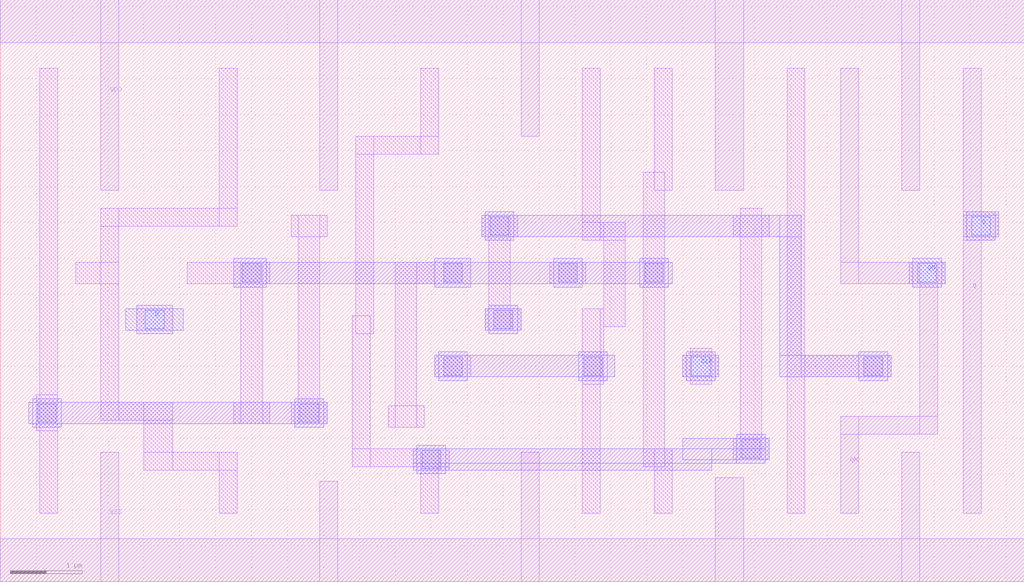
<source format=lef>
# Copyright 2022 Google LLC
# Licensed under the Apache License, Version 2.0 (the "License");
# you may not use this file except in compliance with the License.
# You may obtain a copy of the License at
#
#      http://www.apache.org/licenses/LICENSE-2.0
#
# Unless required by applicable law or agreed to in writing, software
# distributed under the License is distributed on an "AS IS" BASIS,
# WITHOUT WARRANTIES OR CONDITIONS OF ANY KIND, either express or implied.
# See the License for the specific language governing permissions and
# limitations under the License.
VERSION 5.7 ;
BUSBITCHARS "[]" ;
DIVIDERCHAR "/" ;

MACRO gf180mcu_osu_sc_gp12t3v3__dffn_1
  CLASS CORE ;
  ORIGIN 0 0 ;
  FOREIGN gf180mcu_osu_sc_gp12t3v3__dffn_1 0 0 ;
  SIZE 14.25 BY 8.1 ;
  SYMMETRY X Y ;
  SITE gf180mcu_osu_sc_gp12t3v3 ;
  PIN VDD
    DIRECTION INOUT ;
    USE POWER ;
    SHAPE ABUTMENT ;
    PORT
      LAYER MET1 ;
        RECT 0 7.5 14.25 8.1 ;
        RECT 12.55 5.45 12.8 8.1 ;
        RECT 9.95 5.45 10.35 8.1 ;
        RECT 7.25 6.2 7.5 8.1 ;
        RECT 4.45 5.45 4.7 8.1 ;
        RECT 1.4 5.45 1.65 8.1 ;
    END
  END VDD
  PIN VSS
    DIRECTION INOUT ;
    USE GROUND ;
    PORT
      LAYER MET1 ;
        RECT 0 0 14.25 0.6 ;
        RECT 12.55 0 12.8 1.8 ;
        RECT 9.95 0 10.35 1.45 ;
        RECT 7.25 0 7.5 1.8 ;
        RECT 4.45 0 4.7 1.4 ;
        RECT 1.4 0 1.65 1.8 ;
    END
  END VSS
  PIN CLK
    DIRECTION INPUT ;
    USE CLOCK ;
    PORT
      LAYER MET1 ;
        RECT 9.5 2.85 10 3.15 ;
        RECT 9.6 2.75 9.9 3.25 ;
      LAYER MET2 ;
        RECT 9.5 2.85 10 3.15 ;
        RECT 9.55 2.8 9.95 3.2 ;
      LAYER VIA12 ;
        RECT 9.62 2.87 9.88 3.13 ;
    END
  END CLK
  PIN D
    DIRECTION INPUT ;
    USE SIGNAL ;
    PORT
      LAYER MET1 ;
        RECT 1.9 3.5 2.4 3.8 ;
      LAYER MET2 ;
        RECT 1.75 3.5 2.55 3.8 ;
        RECT 1.9 3.45 2.4 3.85 ;
      LAYER VIA12 ;
        RECT 2.02 3.52 2.28 3.78 ;
    END
  END D
  PIN Q
    DIRECTION OUTPUT ;
    USE SIGNAL ;
    PORT
      LAYER MET1 ;
        RECT 13.4 4.8 13.9 5.15 ;
        RECT 13.4 4.75 13.85 5.15 ;
        RECT 13.4 0.95 13.65 7.15 ;
      LAYER MET2 ;
        RECT 13.4 4.8 13.9 5.1 ;
        RECT 13.45 4.75 13.85 5.15 ;
      LAYER VIA12 ;
        RECT 13.52 4.82 13.78 5.08 ;
    END
  END Q
  PIN QN
    DIRECTION OUTPUT ;
    USE SIGNAL ;
    PORT
      LAYER MET1 ;
        RECT 11.7 4.15 13.15 4.45 ;
        RECT 12.8 2.05 13.05 4.45 ;
        RECT 11.7 2.05 13.05 2.3 ;
        RECT 11.7 4.15 11.95 7.15 ;
        RECT 11.7 0.95 11.95 2.3 ;
      LAYER MET2 ;
        RECT 12.65 4.15 13.15 4.45 ;
        RECT 12.7 4.1 13.1 4.5 ;
      LAYER VIA12 ;
        RECT 12.77 4.17 13.03 4.43 ;
    END
  END QN
  OBS
    LAYER MET2 ;
      RECT 6.75 4.75 7.15 5.15 ;
      RECT 6.7 4.8 11.15 5.1 ;
      RECT 10.85 2.85 11.15 5.1 ;
      RECT 11.95 2.8 12.35 3.2 ;
      RECT 10.85 2.85 12.4 3.15 ;
      RECT 10.25 1.65 10.65 2.05 ;
      RECT 9.5 1.7 10.7 2 ;
      RECT 5.8 1.5 6.2 1.9 ;
      RECT 5.75 1.55 9.9 1.85 ;
      RECT 5.75 1.65 10.65 1.85 ;
      RECT 8.9 4.1 9.3 4.5 ;
      RECT 7.7 4.1 8.1 4.5 ;
      RECT 6.05 4.1 6.55 4.5 ;
      RECT 3.25 4.1 3.7 4.5 ;
      RECT 3.25 4.15 9.35 4.45 ;
      RECT 8.05 2.8 8.45 3.2 ;
      RECT 6.1 2.8 6.5 3.2 ;
      RECT 6.05 2.85 8.55 3.15 ;
      RECT 6.8 3.45 7.2 3.85 ;
      RECT 6.75 3.5 7.25 3.8 ;
      RECT 4.1 2.15 4.5 2.55 ;
      RECT 0.45 2.15 0.85 2.55 ;
      RECT 0.4 2.2 4.55 2.5 ;
    LAYER VIA12 ;
      RECT 12.02 2.87 12.28 3.13 ;
      RECT 10.32 1.72 10.58 1.98 ;
      RECT 8.97 4.17 9.23 4.43 ;
      RECT 8.12 2.87 8.38 3.13 ;
      RECT 7.77 4.17 8.03 4.43 ;
      RECT 6.87 3.52 7.13 3.78 ;
      RECT 6.82 4.82 7.08 5.08 ;
      RECT 6.17 2.87 6.43 3.13 ;
      RECT 6.17 4.17 6.43 4.43 ;
      RECT 5.87 1.57 6.13 1.83 ;
      RECT 4.17 2.22 4.43 2.48 ;
      RECT 3.37 4.17 3.63 4.43 ;
      RECT 0.52 2.22 0.78 2.48 ;
    LAYER MET1 ;
      RECT 10.95 0.95 11.2 7.15 ;
      RECT 10.95 2.85 12.4 3.15 ;
      RECT 10.3 1.7 10.6 5.2 ;
      RECT 10.2 4.8 10.7 5.1 ;
      RECT 10.2 1.7 10.7 2 ;
      RECT 9.1 5.45 9.35 7.15 ;
      RECT 8.95 1.6 9.25 5.7 ;
      RECT 9.1 0.95 9.35 1.85 ;
      RECT 8.1 4.75 8.35 7.15 ;
      RECT 8.1 4.75 8.7 5 ;
      RECT 8.4 3.55 8.7 5 ;
      RECT 8.1 2.75 8.4 3.8 ;
      RECT 8.1 0.95 8.35 3.8 ;
      RECT 6.7 4.8 7.2 5.1 ;
      RECT 6.8 3.5 7.1 5.1 ;
      RECT 6.75 3.5 7.25 3.8 ;
      RECT 5.5 4.15 6.55 4.45 ;
      RECT 5.5 2.15 5.8 4.45 ;
      RECT 5.4 2.15 5.9 2.45 ;
      RECT 5.85 5.95 6.1 7.15 ;
      RECT 4.95 5.95 6.1 6.2 ;
      RECT 4.95 3.45 5.2 6.2 ;
      RECT 4.9 1.6 5.15 3.7 ;
      RECT 4.9 1.6 6.25 1.85 ;
      RECT 5.85 1.55 6.25 1.85 ;
      RECT 5.85 0.95 6.1 1.85 ;
      RECT 4.05 4.8 4.55 5.1 ;
      RECT 4.15 2.2 4.45 5.1 ;
      RECT 4.05 2.2 4.55 2.5 ;
      RECT 2.6 4.15 3.75 4.45 ;
      RECT 3.35 2.2 3.65 4.45 ;
      RECT 3.25 2.2 3.75 2.5 ;
      RECT 3.05 4.95 3.3 7.15 ;
      RECT 1.4 4.95 3.3 5.2 ;
      RECT 1.4 2.25 1.65 5.2 ;
      RECT 1.05 4.15 1.65 4.45 ;
      RECT 1.4 2.25 2.4 2.5 ;
      RECT 2 1.55 2.4 2.5 ;
      RECT 2 1.55 3.3 1.8 ;
      RECT 3.05 0.95 3.3 1.8 ;
      RECT 0.55 0.95 0.8 7.15 ;
      RECT 0.5 2.1 0.8 2.6 ;
      RECT 7.65 4.15 8.15 4.45 ;
      RECT 6.05 2.85 6.55 3.15 ;
  END
END gf180mcu_osu_sc_gp12t3v3__dffn_1

</source>
